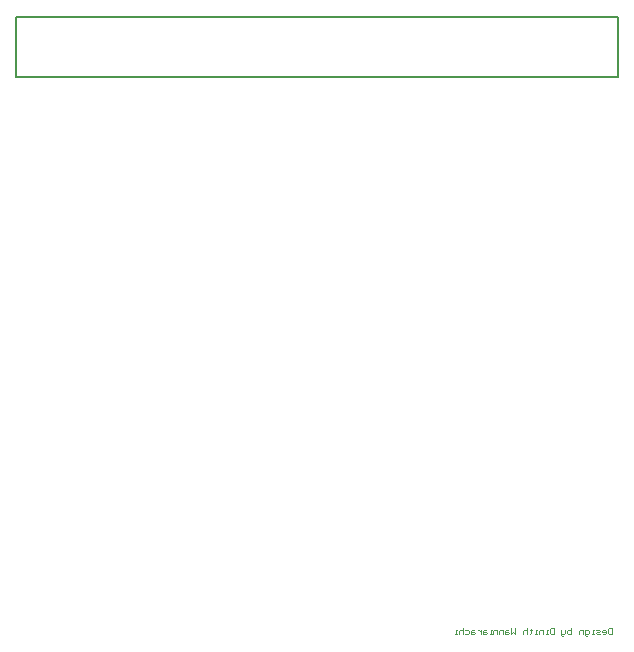
<source format=gbo>
G04*
G04 #@! TF.GenerationSoftware,Altium Limited,Altium Designer,24.10.1 (45)*
G04*
G04 Layer_Color=32896*
%FSLAX44Y44*%
%MOMM*%
G71*
G04*
G04 #@! TF.SameCoordinates,18B26EA7-4F74-4CB2-AD54-755A6D8BF582*
G04*
G04*
G04 #@! TF.FilePolarity,Positive*
G04*
G01*
G75*
%ADD12C,0.2000*%
%ADD37C,0.1000*%
D12*
X741772Y652101D02*
Y702901D01*
X232502Y652101D02*
Y702901D01*
X741772D01*
X232502Y652101D02*
X741772D01*
D37*
X736500Y185165D02*
Y180166D01*
X734001D01*
X733168Y180999D01*
Y184331D01*
X734001Y185165D01*
X736500D01*
X729003Y180166D02*
X730669D01*
X731502Y180999D01*
Y182665D01*
X730669Y183498D01*
X729003D01*
X728169Y182665D01*
Y181832D01*
X731502D01*
X726503Y180166D02*
X724004D01*
X723171Y180999D01*
X724004Y181832D01*
X725670D01*
X726503Y182665D01*
X725670Y183498D01*
X723171D01*
X721505Y180166D02*
X719839D01*
X720672D01*
Y183498D01*
X721505D01*
X715674Y178500D02*
X714840D01*
X714007Y179333D01*
Y183498D01*
X716507D01*
X717340Y182665D01*
Y180999D01*
X716507Y180166D01*
X714007D01*
X712341D02*
Y183498D01*
X709842D01*
X709009Y182665D01*
Y180166D01*
X702345Y185165D02*
Y180166D01*
X699845D01*
X699012Y180999D01*
Y181832D01*
Y182665D01*
X699845Y183498D01*
X702345D01*
X697346D02*
Y180999D01*
X696513Y180166D01*
X694014D01*
Y179333D01*
X694847Y178500D01*
X695680D01*
X694014Y180166D02*
Y183498D01*
X687349Y185165D02*
Y180166D01*
X684850D01*
X684017Y180999D01*
Y184331D01*
X684850Y185165D01*
X687349D01*
X682351Y180166D02*
X680685D01*
X681518D01*
Y183498D01*
X682351D01*
X678186Y180166D02*
Y183498D01*
X675686D01*
X674854Y182665D01*
Y180166D01*
X673187D02*
X671521D01*
X672354D01*
Y183498D01*
X673187D01*
X668189Y184331D02*
Y183498D01*
X669022D01*
X667356D01*
X668189D01*
Y180999D01*
X667356Y180166D01*
X664857Y185165D02*
Y180166D01*
Y182665D01*
X664024Y183498D01*
X662357D01*
X661525Y182665D01*
Y180166D01*
X654860Y185165D02*
Y180166D01*
X653194Y181832D01*
X651528Y180166D01*
Y185165D01*
X649028Y183498D02*
X647362D01*
X646529Y182665D01*
Y180166D01*
X649028D01*
X649862Y180999D01*
X649028Y181832D01*
X646529D01*
X644863Y180166D02*
Y183498D01*
X642364D01*
X641531Y182665D01*
Y180166D01*
X639865D02*
Y183498D01*
X637366D01*
X636533Y182665D01*
Y180166D01*
X634866D02*
X633200D01*
X634034D01*
Y183498D01*
X634866D01*
X629868D02*
X628202D01*
X627369Y182665D01*
Y180166D01*
X629868D01*
X630701Y180999D01*
X629868Y181832D01*
X627369D01*
X625703Y183498D02*
Y180166D01*
Y181832D01*
X624870Y182665D01*
X624037Y183498D01*
X623204D01*
X619871D02*
X618205D01*
X617372Y182665D01*
Y180166D01*
X619871D01*
X620704Y180999D01*
X619871Y181832D01*
X617372D01*
X612374Y183498D02*
X614873D01*
X615706Y182665D01*
Y180999D01*
X614873Y180166D01*
X612374D01*
X610708Y185165D02*
Y180166D01*
Y182665D01*
X609875Y183498D01*
X608209D01*
X607375Y182665D01*
Y180166D01*
X605709D02*
X604043D01*
X604876D01*
Y183498D01*
X605709D01*
M02*

</source>
